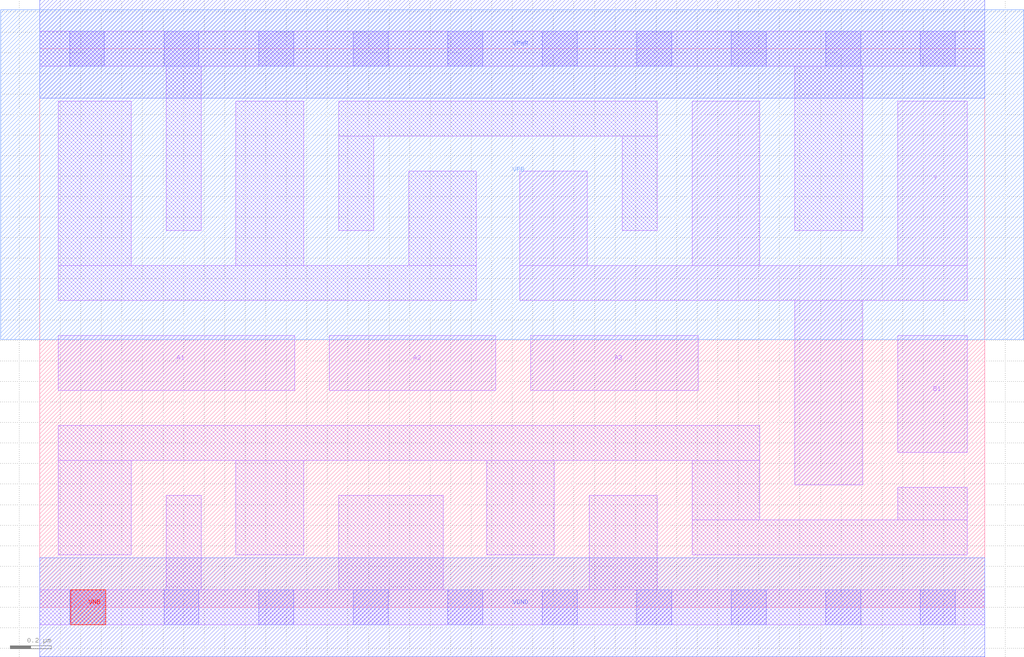
<source format=lef>
# Copyright 2020 The SkyWater PDK Authors
#
# Licensed under the Apache License, Version 2.0 (the "License");
# you may not use this file except in compliance with the License.
# You may obtain a copy of the License at
#
#     https://www.apache.org/licenses/LICENSE-2.0
#
# Unless required by applicable law or agreed to in writing, software
# distributed under the License is distributed on an "AS IS" BASIS,
# WITHOUT WARRANTIES OR CONDITIONS OF ANY KIND, either express or implied.
# See the License for the specific language governing permissions and
# limitations under the License.
#
# SPDX-License-Identifier: Apache-2.0

VERSION 5.7 ;
  NOWIREEXTENSIONATPIN ON ;
  DIVIDERCHAR "/" ;
  BUSBITCHARS "[]" ;
MACRO sky130_fd_sc_hd__o31ai_2
  CLASS CORE ;
  FOREIGN sky130_fd_sc_hd__o31ai_2 ;
  ORIGIN  0.000000  0.000000 ;
  SIZE  4.600000 BY  2.720000 ;
  SYMMETRY X Y R90 ;
  SITE unithd ;
  PIN A1
    ANTENNAGATEAREA  0.495000 ;
    DIRECTION INPUT ;
    USE SIGNAL ;
    PORT
      LAYER li1 ;
        RECT 0.090000 1.055000 1.240000 1.325000 ;
    END
  END A1
  PIN A2
    ANTENNAGATEAREA  0.495000 ;
    DIRECTION INPUT ;
    USE SIGNAL ;
    PORT
      LAYER li1 ;
        RECT 1.410000 1.055000 2.220000 1.325000 ;
    END
  END A2
  PIN A3
    ANTENNAGATEAREA  0.495000 ;
    DIRECTION INPUT ;
    USE SIGNAL ;
    PORT
      LAYER li1 ;
        RECT 2.390000 1.055000 3.205000 1.325000 ;
    END
  END A3
  PIN B1
    ANTENNAGATEAREA  0.495000 ;
    DIRECTION INPUT ;
    USE SIGNAL ;
    PORT
      LAYER li1 ;
        RECT 4.175000 0.755000 4.515000 1.325000 ;
    END
  END B1
  PIN Y
    ANTENNADIFFAREA  1.063500 ;
    DIRECTION OUTPUT ;
    USE SIGNAL ;
    PORT
      LAYER li1 ;
        RECT 2.335000 1.495000 4.515000 1.665000 ;
        RECT 2.335000 1.665000 2.665000 2.125000 ;
        RECT 3.175000 1.665000 3.505000 2.465000 ;
        RECT 3.675000 0.595000 4.005000 1.495000 ;
        RECT 4.175000 1.665000 4.515000 2.465000 ;
    END
  END Y
  PIN VGND
    DIRECTION INOUT ;
    SHAPE ABUTMENT ;
    USE GROUND ;
    PORT
      LAYER met1 ;
        RECT 0.000000 -0.240000 4.600000 0.240000 ;
    END
  END VGND
  PIN VNB
    DIRECTION INOUT ;
    USE GROUND ;
    PORT
      LAYER pwell ;
        RECT 0.150000 -0.085000 0.320000 0.085000 ;
    END
  END VNB
  PIN VPB
    DIRECTION INOUT ;
    USE POWER ;
    PORT
      LAYER nwell ;
        RECT -0.190000 1.305000 4.790000 2.910000 ;
    END
  END VPB
  PIN VPWR
    DIRECTION INOUT ;
    SHAPE ABUTMENT ;
    USE POWER ;
    PORT
      LAYER met1 ;
        RECT 0.000000 2.480000 4.600000 2.960000 ;
    END
  END VPWR
  OBS
    LAYER li1 ;
      RECT 0.000000 -0.085000 4.600000 0.085000 ;
      RECT 0.000000  2.635000 4.600000 2.805000 ;
      RECT 0.090000  0.255000 0.445000 0.715000 ;
      RECT 0.090000  0.715000 3.505000 0.885000 ;
      RECT 0.090000  1.495000 2.125000 1.665000 ;
      RECT 0.090000  1.665000 0.445000 2.465000 ;
      RECT 0.615000  0.085000 0.785000 0.545000 ;
      RECT 0.615000  1.835000 0.785000 2.635000 ;
      RECT 0.955000  0.255000 1.285000 0.715000 ;
      RECT 0.955000  1.665000 1.285000 2.465000 ;
      RECT 1.455000  0.085000 1.965000 0.545000 ;
      RECT 1.455000  1.835000 1.625000 2.295000 ;
      RECT 1.455000  2.295000 3.005000 2.465000 ;
      RECT 1.795000  1.665000 2.125000 2.125000 ;
      RECT 2.175000  0.255000 2.505000 0.715000 ;
      RECT 2.675000  0.085000 3.005000 0.545000 ;
      RECT 2.835000  1.835000 3.005000 2.295000 ;
      RECT 3.175000  0.255000 4.515000 0.425000 ;
      RECT 3.175000  0.425000 3.505000 0.715000 ;
      RECT 3.675000  1.835000 4.005000 2.635000 ;
      RECT 4.175000  0.425000 4.515000 0.585000 ;
    LAYER mcon ;
      RECT 0.145000 -0.085000 0.315000 0.085000 ;
      RECT 0.145000  2.635000 0.315000 2.805000 ;
      RECT 0.605000 -0.085000 0.775000 0.085000 ;
      RECT 0.605000  2.635000 0.775000 2.805000 ;
      RECT 1.065000 -0.085000 1.235000 0.085000 ;
      RECT 1.065000  2.635000 1.235000 2.805000 ;
      RECT 1.525000 -0.085000 1.695000 0.085000 ;
      RECT 1.525000  2.635000 1.695000 2.805000 ;
      RECT 1.985000 -0.085000 2.155000 0.085000 ;
      RECT 1.985000  2.635000 2.155000 2.805000 ;
      RECT 2.445000 -0.085000 2.615000 0.085000 ;
      RECT 2.445000  2.635000 2.615000 2.805000 ;
      RECT 2.905000 -0.085000 3.075000 0.085000 ;
      RECT 2.905000  2.635000 3.075000 2.805000 ;
      RECT 3.365000 -0.085000 3.535000 0.085000 ;
      RECT 3.365000  2.635000 3.535000 2.805000 ;
      RECT 3.825000 -0.085000 3.995000 0.085000 ;
      RECT 3.825000  2.635000 3.995000 2.805000 ;
      RECT 4.285000 -0.085000 4.455000 0.085000 ;
      RECT 4.285000  2.635000 4.455000 2.805000 ;
  END
END sky130_fd_sc_hd__o31ai_2
END LIBRARY

</source>
